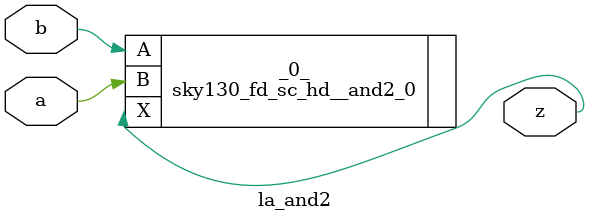
<source format=v>

/* Generated by Yosys 0.37 (git sha1 a5c7f69ed, clang 14.0.0-1ubuntu1.1 -fPIC -Os) */

module la_and2(a, b, z);
  input a;
  wire a;
  input b;
  wire b;
  output z;
  wire z;
  sky130_fd_sc_hd__and2_0 _0_ (
    .A(b),
    .B(a),
    .X(z)
  );
endmodule

</source>
